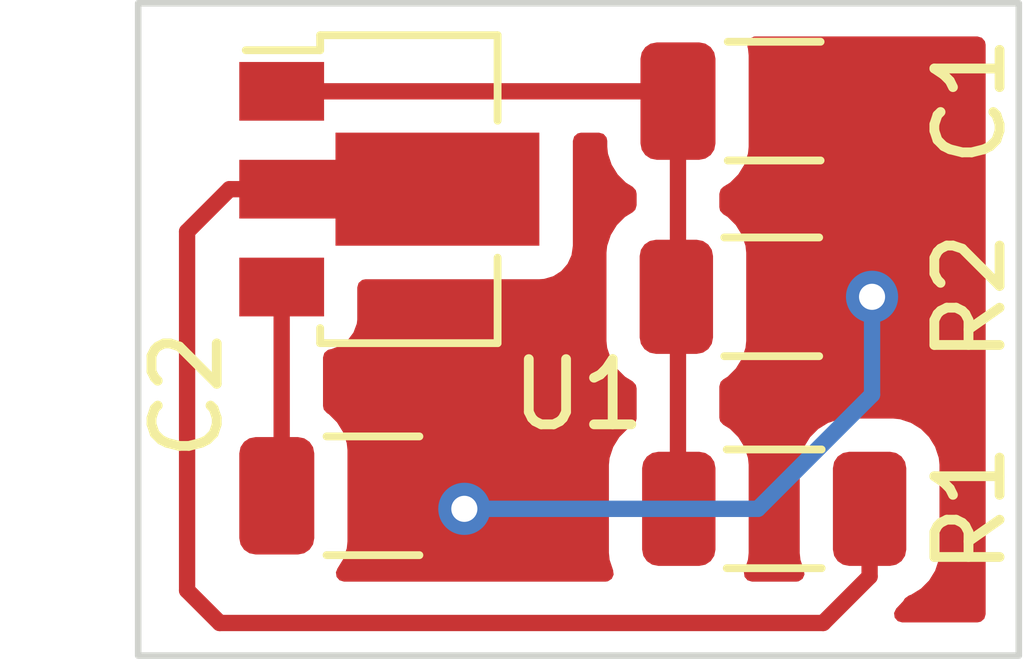
<source format=kicad_pcb>
(kicad_pcb (version 20211014) (generator pcbnew)
  (layers (0 "F.Cu" signal) (31 "B.Cu" signal) (34 "B.Paste" user) (35 "F.Paste" user) (36 "B.SilkS" user "B.Silkscreen") (37 "F.SilkS" user "F.Silkscreen") (38 "B.Mask" user) (39 "F.Mask" user) (44 "Edge.Cuts" user))
  (net 0 "")
  (net 1 "/vout")
  (net 2 "GND")
  (net 3 "/vin")
  (net 4 "Net-(R1-Pad1)")
  (footprint "Capacitor_SMD:C_1206_3216Metric" (layer "F.Cu") (at 142.1 101.05)
    (fp_text reference "C2" (at -2.85 -1.55 90) (layer "F.SilkS"))
    (fp_text value "0.1uF")
    (fp_line (start -0.711252 -0.91) (end 0.711252 -0.91) (layer "F.SilkS") (width 0.12))
    (fp_line (start -0.711252 0.91) (end 0.711252 0.91) (layer "F.SilkS") (width 0.12))
    (pad "1" smd roundrect (at -1.475 0) (size 1.15 1.8) (layers "F.Cu" "F.Paste" "F.Mask") (roundrect_rratio 0.2173913043) (net 3 "/vin"))
    (pad "2" smd roundrect (at 1.475 0) (size 1.15 1.8) (layers "F.Cu" "F.Paste" "F.Mask") (roundrect_rratio 0.2173913043) (net 2 "GND"))
  )
  (footprint "Resistor_SMD:R_1206_3216Metric" (layer "F.Cu") (at 148.2125 98 180)
    (fp_text reference "R2" (at -3.0375 0 90) (layer "F.SilkS"))
    (fp_text value "1k")
    (fp_line (start -0.727064 -0.91) (end 0.727064 -0.91) (layer "F.SilkS") (width 0.12))
    (fp_line (start -0.727064 0.91) (end 0.727064 0.91) (layer "F.SilkS") (width 0.12))
    (pad "1" smd roundrect (at -1.4625 0 180) (size 1.125 1.75) (layers "F.Cu" "F.Paste" "F.Mask") (roundrect_rratio 0.2222222222) (net 2 "GND"))
    (pad "2" smd roundrect (at 1.4625 0 180) (size 1.125 1.75) (layers "F.Cu" "F.Paste" "F.Mask") (roundrect_rratio 0.2222222222) (net 1 "/vout"))
  )
  (footprint "Resistor_SMD:R_1206_3216Metric" (layer "F.Cu") (at 148.25 101.25 180)
    (fp_text reference "R1" (at -3 0 90) (layer "F.SilkS"))
    (fp_text value "240")
    (fp_line (start -0.727064 0.91) (end 0.727064 0.91) (layer "F.SilkS") (width 0.12))
    (fp_line (start -0.727064 -0.91) (end 0.727064 -0.91) (layer "F.SilkS") (width 0.12))
    (pad "1" smd roundrect (at -1.4625 0 180) (size 1.125 1.75) (layers "F.Cu" "F.Paste" "F.Mask") (roundrect_rratio 0.2222222222) (net 4 "Net-(R1-Pad1)"))
    (pad "2" smd roundrect (at 1.4625 0 180) (size 1.125 1.75) (layers "F.Cu" "F.Paste" "F.Mask") (roundrect_rratio 0.2222222222) (net 1 "/vout"))
  )
  (footprint "Package_TO_SOT_SMD:SOT-89-3" (layer "F.Cu") (at 142.35 96.35)
    (fp_text reference "U1" (at 2.9 3.15) (layer "F.SilkS"))
    (fp_text value "LM317L_SOT-89")
    (fp_line (start 1.66 -2.36) (end 1.66 -1.05) (layer "F.SilkS") (width 0.12))
    (fp_line (start -1.06 -2.36) (end 1.66 -2.36) (layer "F.SilkS") (width 0.12))
    (fp_line (start 1.66 2.36) (end -1.06 2.36) (layer "F.SilkS") (width 0.12))
    (fp_line (start -1.06 2.36) (end -1.06 2.13) (layer "F.SilkS") (width 0.12))
    (fp_line (start -1.06 -2.36) (end -1.06 -2.13) (layer "F.SilkS") (width 0.12))
    (fp_line (start -2.2 -2.13) (end -1.06 -2.13) (layer "F.SilkS") (width 0.12))
    (fp_line (start 1.66 1.05) (end 1.66 2.36) (layer "F.SilkS") (width 0.12))
    (pad "1" smd rect (at -1.65 -1.5) (size 1.3 0.9) (layers "F.Cu" "F.Paste" "F.Mask") (net 1 "/vout"))
    (pad "2" smd custom (at -1.5625 0) (size 1.475 0.9) (layers "F.Cu" "F.Paste" "F.Mask") (net 4 "Net-(R1-Pad1)") (options (clearance outline) (anchor rect)) (primitives (gr_poly (pts (xy 3.8625 0.8665) (xy 0.7375 0.8665) (xy 0.7375 -0.8665) (xy 3.8625 -0.8665)) (width 0) (fill yes))))
    (pad "3" smd rect (at -1.65 1.5) (size 1.3 0.9) (layers "F.Cu" "F.Paste" "F.Mask") (net 3 "/vin"))
  )
  (footprint "Capacitor_SMD:C_1206_3216Metric" (layer "F.Cu") (at 148.25 95)
    (fp_text reference "C1" (at 3 0 90) (layer "F.SilkS"))
    (fp_text value "1uF")
    (fp_line (start -0.711252 -0.91) (end 0.711252 -0.91) (layer "F.SilkS") (width 0.12))
    (fp_line (start -0.711252 0.91) (end 0.711252 0.91) (layer "F.SilkS") (width 0.12))
    (pad "1" smd roundrect (at -1.475 0) (size 1.15 1.8) (layers "F.Cu" "F.Paste" "F.Mask") (roundrect_rratio 0.2173913043) (net 1 "/vout"))
    (pad "2" smd roundrect (at 1.475 0) (size 1.15 1.8) (layers "F.Cu" "F.Paste" "F.Mask") (roundrect_rratio 0.2173913043) (net 2 "GND"))
  )
  (gr_rect (start 138.5 93.5) (end 152 103.5) (layer "Edge.Cuts") (width 0.1) (fill none))
  (segment (start 140.7 94.85) (end 146.625 94.85) (width 0.25) (layer "F.Cu") (net 1))
  (segment (start 146.775 95) (end 146.775 101.2375) (width 0.25) (layer "F.Cu") (net 1))
  (segment (start 146.775 101.2375) (end 146.7875 101.25) (width 0.25) (layer "F.Cu") (net 1))
  (segment (start 146.625 94.85) (end 146.775 95) (width 0.25) (layer "F.Cu") (net 1))
  (segment (start 149.725 95) (end 149.675 95.05) (width 0.25) (layer "F.Cu") (net 2))
  (segment (start 149.675 95.05) (end 149.675 98) (width 0.25) (layer "F.Cu") (net 2))
  (via (at 149.75 98) (size 0.8) (drill 0.4) (layers "F.Cu" "B.Cu") (net 2))
  (via (at 143.5 101.25) (size 0.8) (drill 0.4) (layers "F.Cu" "B.Cu") (net 2))
  (segment (start 143.5 101.25) (end 148 101.25) (width 0.25) (layer "B.Cu") (net 2))
  (segment (start 149.75 99.5) (end 149.75 98) (width 0.25) (layer "B.Cu") (net 2))
  (segment (start 148 101.25) (end 149.75 99.5) (width 0.25) (layer "B.Cu") (net 2))
  (segment (start 140.7 100.975) (end 140.625 101.05) (width 0.25) (layer "F.Cu") (net 3))
  (segment (start 140.7 97.85) (end 140.7 100.975) (width 0.25) (layer "F.Cu") (net 3))
  (segment (start 139.9 96.35) (end 139.25 97) (width 0.25) (layer "F.Cu") (net 4))
  (segment (start 140.7875 96.35) (end 139.9 96.35) (width 0.25) (layer "F.Cu") (net 4))
  (segment (start 149.7125 102.2875) (end 149.7125 101.25) (width 0.25) (layer "F.Cu") (net 4))
  (segment (start 139.25 97) (end 139.25 102.5) (width 0.25) (layer "F.Cu") (net 4))
  (segment (start 139.25 102.5) (end 139.75 103) (width 0.25) (layer "F.Cu") (net 4))
  (segment (start 139.75 103) (end 149 103) (width 0.25) (layer "F.Cu") (net 4))
  (segment (start 149 103) (end 149.7125 102.2875) (width 0.25) (layer "F.Cu") (net 4))
  (zone (net 2) (net_name "GND") (layer "F.Cu") (connect_pads yes (clearance 0.508)) (min_thickness 0.254) (fill yes (thermal_gap 0.508) (thermal_bridge_width 0.508))
    (polygon (pts (xy 151.75 103.25) (xy 138.75 103.25) (xy 138.75 93.75) (xy 151.75 93.75)))
  )
)
</source>
